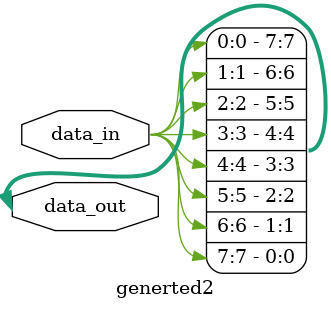
<source format=v>
module generted2(
    input [7:0]data_in,
    input [7:0]data_out
);

genvar i;
generate
    begin:bit_reversed
        for(i = 0; i <8; i = i+ 1)begin
            assign data_out[i] = data_in[7-i];
        end
    end
endgenerate
endmodule
</source>
